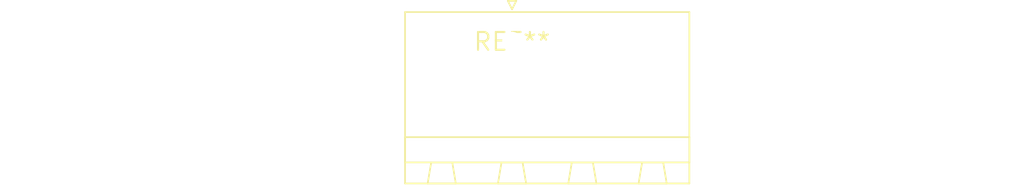
<source format=kicad_pcb>
(kicad_pcb (version 20240108) (generator pcbnew)
  (layers (0 "F.Cu" signal) (31 "B.Cu" signal) (34 "B.Paste" user) (35 "F.Paste" user) (36 "B.SilkS" user "B.Silkscreen") (37 "F.SilkS" user "F.Silkscreen") (38 "B.Mask" user) (39 "F.Mask" user) (44 "Edge.Cuts" user))
  (net 0 "")
  (footprint "PhoenixContact_MSTB_2,5_2-GF_1x02_P5.00mm_Horizontal_ThreadedFlange" (layer "F.Cu") (at 0 0)
    (property "Reference" "REF**")
    (property "Value" "PhoenixContact_MSTB_2,5_2-GF_1x02_P5.00mm_Horizontal_ThreadedFlange")
    (fp_line (start -7.61 -2.11) (end -7.61 10.11) (layer "F.SilkS") (stroke (width 0.12)))
    (fp_line (start -7.61 6.81) (end 12.61 6.81) (layer "F.SilkS") (stroke (width 0.12)))
    (fp_line (start -7.61 8.61) (end -7.61 6.81) (layer "F.SilkS") (stroke (width 0.12)))
    (fp_line (start -7.61 10.11) (end 12.61 10.11) (layer "F.SilkS") (stroke (width 0.12)))
    (fp_line (start -6 10.11) (end -4 10.11) (layer "F.SilkS") (stroke (width 0.12)))
    (fp_line (start -5.75 8.61) (end -6 10.11) (layer "F.SilkS") (stroke (width 0.12)))
    (fp_line (start -4.25 8.61) (end -5.75 8.61) (layer "F.SilkS") (stroke (width 0.12)))
    (fp_line (start -4 10.11) (end -4.25 8.61) (layer "F.SilkS") (stroke (width 0.12)))
    (fp_line (start -1 10.11) (end 1 10.11) (layer "F.SilkS") (stroke (width 0.12)))
    (fp_line (start -0.75 8.61) (end -1 10.11) (layer "F.SilkS") (stroke (width 0.12)))
    (fp_line (start -0.3 -2.91) (end 0.3 -2.91) (layer "F.SilkS") (stroke (width 0.12)))
    (fp_line (start 0 -2.31) (end -0.3 -2.91) (layer "F.SilkS") (stroke (width 0.12)))
    (fp_line (start 0.3 -2.91) (end 0 -2.31) (layer "F.SilkS") (stroke (width 0.12)))
    (fp_line (start 0.75 8.61) (end -0.75 8.61) (layer "F.SilkS") (stroke (width 0.12)))
    (fp_line (start 1 10.11) (end 0.75 8.61) (layer "F.SilkS") (stroke (width 0.12)))
    (fp_line (start 4 10.11) (end 6 10.11) (layer "F.SilkS") (stroke (width 0.12)))
    (fp_line (start 4.25 8.61) (end 4 10.11) (layer "F.SilkS") (stroke (width 0.12)))
    (fp_line (start 5.75 8.61) (end 4.25 8.61) (layer "F.SilkS") (stroke (width 0.12)))
    (fp_line (start 6 10.11) (end 5.75 8.61) (layer "F.SilkS") (stroke (width 0.12)))
    (fp_line (start 9 10.11) (end 11 10.11) (layer "F.SilkS") (stroke (width 0.12)))
    (fp_line (start 9.25 8.61) (end 9 10.11) (layer "F.SilkS") (stroke (width 0.12)))
    (fp_line (start 10.75 8.61) (end 9.25 8.61) (layer "F.SilkS") (stroke (width 0.12)))
    (fp_line (start 11 10.11) (end 10.75 8.61) (layer "F.SilkS") (stroke (width 0.12)))
    (fp_line (start 12.61 -2.11) (end -7.61 -2.11) (layer "F.SilkS") (stroke (width 0.12)))
    (fp_line (start 12.61 6.81) (end 12.61 8.61) (layer "F.SilkS") (stroke (width 0.12)))
    (fp_line (start 12.61 8.61) (end -7.61 8.61) (layer "F.SilkS") (stroke (width 0.12)))
    (fp_line (start 12.61 10.11) (end 12.61 -2.11) (layer "F.SilkS") (stroke (width 0.12)))
    (pad "1" thru_hole roundrect (at 0 0) (size 2 3.6) (drill 1.4) (layers *.Cu *.Mask) (remove_unused_layers) (roundrect_rratio 0.125))
    (pad "2" thru_hole oval (at 5 0) (size 2 3.6) (drill 1.4) (layers *.Cu *.Mask) (remove_unused_layers))
  )
)
</source>
